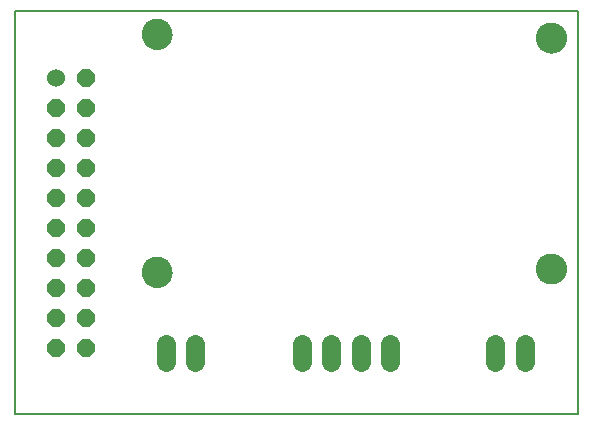
<source format=gbs>
G75*
%MOIN*%
%OFA0B0*%
%FSLAX25Y25*%
%IPPOS*%
%LPD*%
%AMOC8*
5,1,8,0,0,1.08239X$1,22.5*
%
%ADD10C,0.00600*%
%ADD11C,0.00000*%
%ADD12C,0.10243*%
%ADD13C,0.06000*%
%ADD14OC8,0.06000*%
%ADD15C,0.06400*%
D10*
X0001300Y0034623D02*
X0001300Y0168875D01*
X0189095Y0168875D01*
X0189095Y0034623D01*
X0001300Y0034623D01*
D11*
X0043623Y0081867D02*
X0043625Y0082007D01*
X0043631Y0082147D01*
X0043641Y0082286D01*
X0043655Y0082425D01*
X0043673Y0082564D01*
X0043694Y0082702D01*
X0043720Y0082840D01*
X0043750Y0082977D01*
X0043783Y0083112D01*
X0043821Y0083247D01*
X0043862Y0083381D01*
X0043907Y0083514D01*
X0043955Y0083645D01*
X0044008Y0083774D01*
X0044064Y0083903D01*
X0044123Y0084029D01*
X0044187Y0084154D01*
X0044253Y0084277D01*
X0044324Y0084398D01*
X0044397Y0084517D01*
X0044474Y0084634D01*
X0044555Y0084748D01*
X0044638Y0084860D01*
X0044725Y0084970D01*
X0044815Y0085078D01*
X0044907Y0085182D01*
X0045003Y0085284D01*
X0045102Y0085384D01*
X0045203Y0085480D01*
X0045307Y0085574D01*
X0045414Y0085664D01*
X0045523Y0085751D01*
X0045635Y0085836D01*
X0045749Y0085917D01*
X0045865Y0085995D01*
X0045983Y0086069D01*
X0046104Y0086140D01*
X0046226Y0086208D01*
X0046351Y0086272D01*
X0046477Y0086333D01*
X0046604Y0086390D01*
X0046734Y0086443D01*
X0046865Y0086493D01*
X0046997Y0086538D01*
X0047130Y0086581D01*
X0047265Y0086619D01*
X0047400Y0086653D01*
X0047537Y0086684D01*
X0047674Y0086711D01*
X0047812Y0086733D01*
X0047951Y0086752D01*
X0048090Y0086767D01*
X0048229Y0086778D01*
X0048369Y0086785D01*
X0048509Y0086788D01*
X0048649Y0086787D01*
X0048789Y0086782D01*
X0048928Y0086773D01*
X0049068Y0086760D01*
X0049207Y0086743D01*
X0049345Y0086722D01*
X0049483Y0086698D01*
X0049620Y0086669D01*
X0049756Y0086637D01*
X0049891Y0086600D01*
X0050025Y0086560D01*
X0050158Y0086516D01*
X0050289Y0086468D01*
X0050419Y0086417D01*
X0050548Y0086362D01*
X0050675Y0086303D01*
X0050800Y0086240D01*
X0050923Y0086175D01*
X0051045Y0086105D01*
X0051164Y0086032D01*
X0051282Y0085956D01*
X0051397Y0085877D01*
X0051510Y0085794D01*
X0051620Y0085708D01*
X0051728Y0085619D01*
X0051833Y0085527D01*
X0051936Y0085432D01*
X0052036Y0085334D01*
X0052133Y0085234D01*
X0052227Y0085130D01*
X0052319Y0085024D01*
X0052407Y0084916D01*
X0052492Y0084805D01*
X0052574Y0084691D01*
X0052653Y0084575D01*
X0052728Y0084458D01*
X0052800Y0084338D01*
X0052868Y0084216D01*
X0052933Y0084092D01*
X0052995Y0083966D01*
X0053053Y0083839D01*
X0053107Y0083710D01*
X0053158Y0083579D01*
X0053204Y0083447D01*
X0053247Y0083314D01*
X0053287Y0083180D01*
X0053322Y0083045D01*
X0053354Y0082908D01*
X0053381Y0082771D01*
X0053405Y0082633D01*
X0053425Y0082495D01*
X0053441Y0082356D01*
X0053453Y0082216D01*
X0053461Y0082077D01*
X0053465Y0081937D01*
X0053465Y0081797D01*
X0053461Y0081657D01*
X0053453Y0081518D01*
X0053441Y0081378D01*
X0053425Y0081239D01*
X0053405Y0081101D01*
X0053381Y0080963D01*
X0053354Y0080826D01*
X0053322Y0080689D01*
X0053287Y0080554D01*
X0053247Y0080420D01*
X0053204Y0080287D01*
X0053158Y0080155D01*
X0053107Y0080024D01*
X0053053Y0079895D01*
X0052995Y0079768D01*
X0052933Y0079642D01*
X0052868Y0079518D01*
X0052800Y0079396D01*
X0052728Y0079276D01*
X0052653Y0079159D01*
X0052574Y0079043D01*
X0052492Y0078929D01*
X0052407Y0078818D01*
X0052319Y0078710D01*
X0052227Y0078604D01*
X0052133Y0078500D01*
X0052036Y0078400D01*
X0051936Y0078302D01*
X0051833Y0078207D01*
X0051728Y0078115D01*
X0051620Y0078026D01*
X0051510Y0077940D01*
X0051397Y0077857D01*
X0051282Y0077778D01*
X0051164Y0077702D01*
X0051045Y0077629D01*
X0050923Y0077559D01*
X0050800Y0077494D01*
X0050675Y0077431D01*
X0050548Y0077372D01*
X0050419Y0077317D01*
X0050289Y0077266D01*
X0050158Y0077218D01*
X0050025Y0077174D01*
X0049891Y0077134D01*
X0049756Y0077097D01*
X0049620Y0077065D01*
X0049483Y0077036D01*
X0049345Y0077012D01*
X0049207Y0076991D01*
X0049068Y0076974D01*
X0048928Y0076961D01*
X0048789Y0076952D01*
X0048649Y0076947D01*
X0048509Y0076946D01*
X0048369Y0076949D01*
X0048229Y0076956D01*
X0048090Y0076967D01*
X0047951Y0076982D01*
X0047812Y0077001D01*
X0047674Y0077023D01*
X0047537Y0077050D01*
X0047400Y0077081D01*
X0047265Y0077115D01*
X0047130Y0077153D01*
X0046997Y0077196D01*
X0046865Y0077241D01*
X0046734Y0077291D01*
X0046604Y0077344D01*
X0046477Y0077401D01*
X0046351Y0077462D01*
X0046226Y0077526D01*
X0046104Y0077594D01*
X0045983Y0077665D01*
X0045865Y0077739D01*
X0045749Y0077817D01*
X0045635Y0077898D01*
X0045523Y0077983D01*
X0045414Y0078070D01*
X0045307Y0078160D01*
X0045203Y0078254D01*
X0045102Y0078350D01*
X0045003Y0078450D01*
X0044907Y0078552D01*
X0044815Y0078656D01*
X0044725Y0078764D01*
X0044638Y0078874D01*
X0044555Y0078986D01*
X0044474Y0079100D01*
X0044397Y0079217D01*
X0044324Y0079336D01*
X0044253Y0079457D01*
X0044187Y0079580D01*
X0044123Y0079705D01*
X0044064Y0079831D01*
X0044008Y0079960D01*
X0043955Y0080089D01*
X0043907Y0080220D01*
X0043862Y0080353D01*
X0043821Y0080487D01*
X0043783Y0080622D01*
X0043750Y0080757D01*
X0043720Y0080894D01*
X0043694Y0081032D01*
X0043673Y0081170D01*
X0043655Y0081309D01*
X0043641Y0081448D01*
X0043631Y0081587D01*
X0043625Y0081727D01*
X0043623Y0081867D01*
X0043623Y0161198D02*
X0043625Y0161338D01*
X0043631Y0161478D01*
X0043641Y0161617D01*
X0043655Y0161756D01*
X0043673Y0161895D01*
X0043694Y0162033D01*
X0043720Y0162171D01*
X0043750Y0162308D01*
X0043783Y0162443D01*
X0043821Y0162578D01*
X0043862Y0162712D01*
X0043907Y0162845D01*
X0043955Y0162976D01*
X0044008Y0163105D01*
X0044064Y0163234D01*
X0044123Y0163360D01*
X0044187Y0163485D01*
X0044253Y0163608D01*
X0044324Y0163729D01*
X0044397Y0163848D01*
X0044474Y0163965D01*
X0044555Y0164079D01*
X0044638Y0164191D01*
X0044725Y0164301D01*
X0044815Y0164409D01*
X0044907Y0164513D01*
X0045003Y0164615D01*
X0045102Y0164715D01*
X0045203Y0164811D01*
X0045307Y0164905D01*
X0045414Y0164995D01*
X0045523Y0165082D01*
X0045635Y0165167D01*
X0045749Y0165248D01*
X0045865Y0165326D01*
X0045983Y0165400D01*
X0046104Y0165471D01*
X0046226Y0165539D01*
X0046351Y0165603D01*
X0046477Y0165664D01*
X0046604Y0165721D01*
X0046734Y0165774D01*
X0046865Y0165824D01*
X0046997Y0165869D01*
X0047130Y0165912D01*
X0047265Y0165950D01*
X0047400Y0165984D01*
X0047537Y0166015D01*
X0047674Y0166042D01*
X0047812Y0166064D01*
X0047951Y0166083D01*
X0048090Y0166098D01*
X0048229Y0166109D01*
X0048369Y0166116D01*
X0048509Y0166119D01*
X0048649Y0166118D01*
X0048789Y0166113D01*
X0048928Y0166104D01*
X0049068Y0166091D01*
X0049207Y0166074D01*
X0049345Y0166053D01*
X0049483Y0166029D01*
X0049620Y0166000D01*
X0049756Y0165968D01*
X0049891Y0165931D01*
X0050025Y0165891D01*
X0050158Y0165847D01*
X0050289Y0165799D01*
X0050419Y0165748D01*
X0050548Y0165693D01*
X0050675Y0165634D01*
X0050800Y0165571D01*
X0050923Y0165506D01*
X0051045Y0165436D01*
X0051164Y0165363D01*
X0051282Y0165287D01*
X0051397Y0165208D01*
X0051510Y0165125D01*
X0051620Y0165039D01*
X0051728Y0164950D01*
X0051833Y0164858D01*
X0051936Y0164763D01*
X0052036Y0164665D01*
X0052133Y0164565D01*
X0052227Y0164461D01*
X0052319Y0164355D01*
X0052407Y0164247D01*
X0052492Y0164136D01*
X0052574Y0164022D01*
X0052653Y0163906D01*
X0052728Y0163789D01*
X0052800Y0163669D01*
X0052868Y0163547D01*
X0052933Y0163423D01*
X0052995Y0163297D01*
X0053053Y0163170D01*
X0053107Y0163041D01*
X0053158Y0162910D01*
X0053204Y0162778D01*
X0053247Y0162645D01*
X0053287Y0162511D01*
X0053322Y0162376D01*
X0053354Y0162239D01*
X0053381Y0162102D01*
X0053405Y0161964D01*
X0053425Y0161826D01*
X0053441Y0161687D01*
X0053453Y0161547D01*
X0053461Y0161408D01*
X0053465Y0161268D01*
X0053465Y0161128D01*
X0053461Y0160988D01*
X0053453Y0160849D01*
X0053441Y0160709D01*
X0053425Y0160570D01*
X0053405Y0160432D01*
X0053381Y0160294D01*
X0053354Y0160157D01*
X0053322Y0160020D01*
X0053287Y0159885D01*
X0053247Y0159751D01*
X0053204Y0159618D01*
X0053158Y0159486D01*
X0053107Y0159355D01*
X0053053Y0159226D01*
X0052995Y0159099D01*
X0052933Y0158973D01*
X0052868Y0158849D01*
X0052800Y0158727D01*
X0052728Y0158607D01*
X0052653Y0158490D01*
X0052574Y0158374D01*
X0052492Y0158260D01*
X0052407Y0158149D01*
X0052319Y0158041D01*
X0052227Y0157935D01*
X0052133Y0157831D01*
X0052036Y0157731D01*
X0051936Y0157633D01*
X0051833Y0157538D01*
X0051728Y0157446D01*
X0051620Y0157357D01*
X0051510Y0157271D01*
X0051397Y0157188D01*
X0051282Y0157109D01*
X0051164Y0157033D01*
X0051045Y0156960D01*
X0050923Y0156890D01*
X0050800Y0156825D01*
X0050675Y0156762D01*
X0050548Y0156703D01*
X0050419Y0156648D01*
X0050289Y0156597D01*
X0050158Y0156549D01*
X0050025Y0156505D01*
X0049891Y0156465D01*
X0049756Y0156428D01*
X0049620Y0156396D01*
X0049483Y0156367D01*
X0049345Y0156343D01*
X0049207Y0156322D01*
X0049068Y0156305D01*
X0048928Y0156292D01*
X0048789Y0156283D01*
X0048649Y0156278D01*
X0048509Y0156277D01*
X0048369Y0156280D01*
X0048229Y0156287D01*
X0048090Y0156298D01*
X0047951Y0156313D01*
X0047812Y0156332D01*
X0047674Y0156354D01*
X0047537Y0156381D01*
X0047400Y0156412D01*
X0047265Y0156446D01*
X0047130Y0156484D01*
X0046997Y0156527D01*
X0046865Y0156572D01*
X0046734Y0156622D01*
X0046604Y0156675D01*
X0046477Y0156732D01*
X0046351Y0156793D01*
X0046226Y0156857D01*
X0046104Y0156925D01*
X0045983Y0156996D01*
X0045865Y0157070D01*
X0045749Y0157148D01*
X0045635Y0157229D01*
X0045523Y0157314D01*
X0045414Y0157401D01*
X0045307Y0157491D01*
X0045203Y0157585D01*
X0045102Y0157681D01*
X0045003Y0157781D01*
X0044907Y0157883D01*
X0044815Y0157987D01*
X0044725Y0158095D01*
X0044638Y0158205D01*
X0044555Y0158317D01*
X0044474Y0158431D01*
X0044397Y0158548D01*
X0044324Y0158667D01*
X0044253Y0158788D01*
X0044187Y0158911D01*
X0044123Y0159036D01*
X0044064Y0159162D01*
X0044008Y0159291D01*
X0043955Y0159420D01*
X0043907Y0159551D01*
X0043862Y0159684D01*
X0043821Y0159818D01*
X0043783Y0159953D01*
X0043750Y0160088D01*
X0043720Y0160225D01*
X0043694Y0160363D01*
X0043673Y0160501D01*
X0043655Y0160640D01*
X0043641Y0160779D01*
X0043631Y0160918D01*
X0043625Y0161058D01*
X0043623Y0161198D01*
X0175119Y0160017D02*
X0175121Y0160157D01*
X0175127Y0160297D01*
X0175137Y0160436D01*
X0175151Y0160575D01*
X0175169Y0160714D01*
X0175190Y0160852D01*
X0175216Y0160990D01*
X0175246Y0161127D01*
X0175279Y0161262D01*
X0175317Y0161397D01*
X0175358Y0161531D01*
X0175403Y0161664D01*
X0175451Y0161795D01*
X0175504Y0161924D01*
X0175560Y0162053D01*
X0175619Y0162179D01*
X0175683Y0162304D01*
X0175749Y0162427D01*
X0175820Y0162548D01*
X0175893Y0162667D01*
X0175970Y0162784D01*
X0176051Y0162898D01*
X0176134Y0163010D01*
X0176221Y0163120D01*
X0176311Y0163228D01*
X0176403Y0163332D01*
X0176499Y0163434D01*
X0176598Y0163534D01*
X0176699Y0163630D01*
X0176803Y0163724D01*
X0176910Y0163814D01*
X0177019Y0163901D01*
X0177131Y0163986D01*
X0177245Y0164067D01*
X0177361Y0164145D01*
X0177479Y0164219D01*
X0177600Y0164290D01*
X0177722Y0164358D01*
X0177847Y0164422D01*
X0177973Y0164483D01*
X0178100Y0164540D01*
X0178230Y0164593D01*
X0178361Y0164643D01*
X0178493Y0164688D01*
X0178626Y0164731D01*
X0178761Y0164769D01*
X0178896Y0164803D01*
X0179033Y0164834D01*
X0179170Y0164861D01*
X0179308Y0164883D01*
X0179447Y0164902D01*
X0179586Y0164917D01*
X0179725Y0164928D01*
X0179865Y0164935D01*
X0180005Y0164938D01*
X0180145Y0164937D01*
X0180285Y0164932D01*
X0180424Y0164923D01*
X0180564Y0164910D01*
X0180703Y0164893D01*
X0180841Y0164872D01*
X0180979Y0164848D01*
X0181116Y0164819D01*
X0181252Y0164787D01*
X0181387Y0164750D01*
X0181521Y0164710D01*
X0181654Y0164666D01*
X0181785Y0164618D01*
X0181915Y0164567D01*
X0182044Y0164512D01*
X0182171Y0164453D01*
X0182296Y0164390D01*
X0182419Y0164325D01*
X0182541Y0164255D01*
X0182660Y0164182D01*
X0182778Y0164106D01*
X0182893Y0164027D01*
X0183006Y0163944D01*
X0183116Y0163858D01*
X0183224Y0163769D01*
X0183329Y0163677D01*
X0183432Y0163582D01*
X0183532Y0163484D01*
X0183629Y0163384D01*
X0183723Y0163280D01*
X0183815Y0163174D01*
X0183903Y0163066D01*
X0183988Y0162955D01*
X0184070Y0162841D01*
X0184149Y0162725D01*
X0184224Y0162608D01*
X0184296Y0162488D01*
X0184364Y0162366D01*
X0184429Y0162242D01*
X0184491Y0162116D01*
X0184549Y0161989D01*
X0184603Y0161860D01*
X0184654Y0161729D01*
X0184700Y0161597D01*
X0184743Y0161464D01*
X0184783Y0161330D01*
X0184818Y0161195D01*
X0184850Y0161058D01*
X0184877Y0160921D01*
X0184901Y0160783D01*
X0184921Y0160645D01*
X0184937Y0160506D01*
X0184949Y0160366D01*
X0184957Y0160227D01*
X0184961Y0160087D01*
X0184961Y0159947D01*
X0184957Y0159807D01*
X0184949Y0159668D01*
X0184937Y0159528D01*
X0184921Y0159389D01*
X0184901Y0159251D01*
X0184877Y0159113D01*
X0184850Y0158976D01*
X0184818Y0158839D01*
X0184783Y0158704D01*
X0184743Y0158570D01*
X0184700Y0158437D01*
X0184654Y0158305D01*
X0184603Y0158174D01*
X0184549Y0158045D01*
X0184491Y0157918D01*
X0184429Y0157792D01*
X0184364Y0157668D01*
X0184296Y0157546D01*
X0184224Y0157426D01*
X0184149Y0157309D01*
X0184070Y0157193D01*
X0183988Y0157079D01*
X0183903Y0156968D01*
X0183815Y0156860D01*
X0183723Y0156754D01*
X0183629Y0156650D01*
X0183532Y0156550D01*
X0183432Y0156452D01*
X0183329Y0156357D01*
X0183224Y0156265D01*
X0183116Y0156176D01*
X0183006Y0156090D01*
X0182893Y0156007D01*
X0182778Y0155928D01*
X0182660Y0155852D01*
X0182541Y0155779D01*
X0182419Y0155709D01*
X0182296Y0155644D01*
X0182171Y0155581D01*
X0182044Y0155522D01*
X0181915Y0155467D01*
X0181785Y0155416D01*
X0181654Y0155368D01*
X0181521Y0155324D01*
X0181387Y0155284D01*
X0181252Y0155247D01*
X0181116Y0155215D01*
X0180979Y0155186D01*
X0180841Y0155162D01*
X0180703Y0155141D01*
X0180564Y0155124D01*
X0180424Y0155111D01*
X0180285Y0155102D01*
X0180145Y0155097D01*
X0180005Y0155096D01*
X0179865Y0155099D01*
X0179725Y0155106D01*
X0179586Y0155117D01*
X0179447Y0155132D01*
X0179308Y0155151D01*
X0179170Y0155173D01*
X0179033Y0155200D01*
X0178896Y0155231D01*
X0178761Y0155265D01*
X0178626Y0155303D01*
X0178493Y0155346D01*
X0178361Y0155391D01*
X0178230Y0155441D01*
X0178100Y0155494D01*
X0177973Y0155551D01*
X0177847Y0155612D01*
X0177722Y0155676D01*
X0177600Y0155744D01*
X0177479Y0155815D01*
X0177361Y0155889D01*
X0177245Y0155967D01*
X0177131Y0156048D01*
X0177019Y0156133D01*
X0176910Y0156220D01*
X0176803Y0156310D01*
X0176699Y0156404D01*
X0176598Y0156500D01*
X0176499Y0156600D01*
X0176403Y0156702D01*
X0176311Y0156806D01*
X0176221Y0156914D01*
X0176134Y0157024D01*
X0176051Y0157136D01*
X0175970Y0157250D01*
X0175893Y0157367D01*
X0175820Y0157486D01*
X0175749Y0157607D01*
X0175683Y0157730D01*
X0175619Y0157855D01*
X0175560Y0157981D01*
X0175504Y0158110D01*
X0175451Y0158239D01*
X0175403Y0158370D01*
X0175358Y0158503D01*
X0175317Y0158637D01*
X0175279Y0158772D01*
X0175246Y0158907D01*
X0175216Y0159044D01*
X0175190Y0159182D01*
X0175169Y0159320D01*
X0175151Y0159459D01*
X0175137Y0159598D01*
X0175127Y0159737D01*
X0175121Y0159877D01*
X0175119Y0160017D01*
X0175119Y0083048D02*
X0175121Y0083188D01*
X0175127Y0083328D01*
X0175137Y0083467D01*
X0175151Y0083606D01*
X0175169Y0083745D01*
X0175190Y0083883D01*
X0175216Y0084021D01*
X0175246Y0084158D01*
X0175279Y0084293D01*
X0175317Y0084428D01*
X0175358Y0084562D01*
X0175403Y0084695D01*
X0175451Y0084826D01*
X0175504Y0084955D01*
X0175560Y0085084D01*
X0175619Y0085210D01*
X0175683Y0085335D01*
X0175749Y0085458D01*
X0175820Y0085579D01*
X0175893Y0085698D01*
X0175970Y0085815D01*
X0176051Y0085929D01*
X0176134Y0086041D01*
X0176221Y0086151D01*
X0176311Y0086259D01*
X0176403Y0086363D01*
X0176499Y0086465D01*
X0176598Y0086565D01*
X0176699Y0086661D01*
X0176803Y0086755D01*
X0176910Y0086845D01*
X0177019Y0086932D01*
X0177131Y0087017D01*
X0177245Y0087098D01*
X0177361Y0087176D01*
X0177479Y0087250D01*
X0177600Y0087321D01*
X0177722Y0087389D01*
X0177847Y0087453D01*
X0177973Y0087514D01*
X0178100Y0087571D01*
X0178230Y0087624D01*
X0178361Y0087674D01*
X0178493Y0087719D01*
X0178626Y0087762D01*
X0178761Y0087800D01*
X0178896Y0087834D01*
X0179033Y0087865D01*
X0179170Y0087892D01*
X0179308Y0087914D01*
X0179447Y0087933D01*
X0179586Y0087948D01*
X0179725Y0087959D01*
X0179865Y0087966D01*
X0180005Y0087969D01*
X0180145Y0087968D01*
X0180285Y0087963D01*
X0180424Y0087954D01*
X0180564Y0087941D01*
X0180703Y0087924D01*
X0180841Y0087903D01*
X0180979Y0087879D01*
X0181116Y0087850D01*
X0181252Y0087818D01*
X0181387Y0087781D01*
X0181521Y0087741D01*
X0181654Y0087697D01*
X0181785Y0087649D01*
X0181915Y0087598D01*
X0182044Y0087543D01*
X0182171Y0087484D01*
X0182296Y0087421D01*
X0182419Y0087356D01*
X0182541Y0087286D01*
X0182660Y0087213D01*
X0182778Y0087137D01*
X0182893Y0087058D01*
X0183006Y0086975D01*
X0183116Y0086889D01*
X0183224Y0086800D01*
X0183329Y0086708D01*
X0183432Y0086613D01*
X0183532Y0086515D01*
X0183629Y0086415D01*
X0183723Y0086311D01*
X0183815Y0086205D01*
X0183903Y0086097D01*
X0183988Y0085986D01*
X0184070Y0085872D01*
X0184149Y0085756D01*
X0184224Y0085639D01*
X0184296Y0085519D01*
X0184364Y0085397D01*
X0184429Y0085273D01*
X0184491Y0085147D01*
X0184549Y0085020D01*
X0184603Y0084891D01*
X0184654Y0084760D01*
X0184700Y0084628D01*
X0184743Y0084495D01*
X0184783Y0084361D01*
X0184818Y0084226D01*
X0184850Y0084089D01*
X0184877Y0083952D01*
X0184901Y0083814D01*
X0184921Y0083676D01*
X0184937Y0083537D01*
X0184949Y0083397D01*
X0184957Y0083258D01*
X0184961Y0083118D01*
X0184961Y0082978D01*
X0184957Y0082838D01*
X0184949Y0082699D01*
X0184937Y0082559D01*
X0184921Y0082420D01*
X0184901Y0082282D01*
X0184877Y0082144D01*
X0184850Y0082007D01*
X0184818Y0081870D01*
X0184783Y0081735D01*
X0184743Y0081601D01*
X0184700Y0081468D01*
X0184654Y0081336D01*
X0184603Y0081205D01*
X0184549Y0081076D01*
X0184491Y0080949D01*
X0184429Y0080823D01*
X0184364Y0080699D01*
X0184296Y0080577D01*
X0184224Y0080457D01*
X0184149Y0080340D01*
X0184070Y0080224D01*
X0183988Y0080110D01*
X0183903Y0079999D01*
X0183815Y0079891D01*
X0183723Y0079785D01*
X0183629Y0079681D01*
X0183532Y0079581D01*
X0183432Y0079483D01*
X0183329Y0079388D01*
X0183224Y0079296D01*
X0183116Y0079207D01*
X0183006Y0079121D01*
X0182893Y0079038D01*
X0182778Y0078959D01*
X0182660Y0078883D01*
X0182541Y0078810D01*
X0182419Y0078740D01*
X0182296Y0078675D01*
X0182171Y0078612D01*
X0182044Y0078553D01*
X0181915Y0078498D01*
X0181785Y0078447D01*
X0181654Y0078399D01*
X0181521Y0078355D01*
X0181387Y0078315D01*
X0181252Y0078278D01*
X0181116Y0078246D01*
X0180979Y0078217D01*
X0180841Y0078193D01*
X0180703Y0078172D01*
X0180564Y0078155D01*
X0180424Y0078142D01*
X0180285Y0078133D01*
X0180145Y0078128D01*
X0180005Y0078127D01*
X0179865Y0078130D01*
X0179725Y0078137D01*
X0179586Y0078148D01*
X0179447Y0078163D01*
X0179308Y0078182D01*
X0179170Y0078204D01*
X0179033Y0078231D01*
X0178896Y0078262D01*
X0178761Y0078296D01*
X0178626Y0078334D01*
X0178493Y0078377D01*
X0178361Y0078422D01*
X0178230Y0078472D01*
X0178100Y0078525D01*
X0177973Y0078582D01*
X0177847Y0078643D01*
X0177722Y0078707D01*
X0177600Y0078775D01*
X0177479Y0078846D01*
X0177361Y0078920D01*
X0177245Y0078998D01*
X0177131Y0079079D01*
X0177019Y0079164D01*
X0176910Y0079251D01*
X0176803Y0079341D01*
X0176699Y0079435D01*
X0176598Y0079531D01*
X0176499Y0079631D01*
X0176403Y0079733D01*
X0176311Y0079837D01*
X0176221Y0079945D01*
X0176134Y0080055D01*
X0176051Y0080167D01*
X0175970Y0080281D01*
X0175893Y0080398D01*
X0175820Y0080517D01*
X0175749Y0080638D01*
X0175683Y0080761D01*
X0175619Y0080886D01*
X0175560Y0081012D01*
X0175504Y0081141D01*
X0175451Y0081270D01*
X0175403Y0081401D01*
X0175358Y0081534D01*
X0175317Y0081668D01*
X0175279Y0081803D01*
X0175246Y0081938D01*
X0175216Y0082075D01*
X0175190Y0082213D01*
X0175169Y0082351D01*
X0175151Y0082490D01*
X0175137Y0082629D01*
X0175127Y0082768D01*
X0175121Y0082908D01*
X0175119Y0083048D01*
D12*
X0180040Y0083048D03*
X0180040Y0160017D03*
X0048544Y0161198D03*
X0048544Y0081867D03*
D13*
X0014961Y0146749D03*
D14*
X0024961Y0146749D03*
X0024961Y0136749D03*
X0014961Y0136749D03*
X0014961Y0126749D03*
X0024961Y0126749D03*
X0024961Y0116749D03*
X0014961Y0116749D03*
X0014961Y0106749D03*
X0024961Y0106749D03*
X0024961Y0096749D03*
X0014961Y0096749D03*
X0014961Y0086749D03*
X0014961Y0076749D03*
X0024961Y0076749D03*
X0024961Y0086749D03*
X0024961Y0066749D03*
X0014961Y0066749D03*
X0014961Y0056749D03*
X0024961Y0056749D03*
D15*
X0051607Y0057800D02*
X0051607Y0051800D01*
X0061450Y0051800D02*
X0061450Y0057800D01*
X0096926Y0057800D02*
X0096926Y0051800D01*
X0106769Y0051800D02*
X0106769Y0057800D01*
X0116611Y0057800D02*
X0116611Y0051800D01*
X0126454Y0051800D02*
X0126454Y0057800D01*
X0161410Y0057879D02*
X0161410Y0051879D01*
X0171253Y0051879D02*
X0171253Y0057879D01*
M02*

</source>
